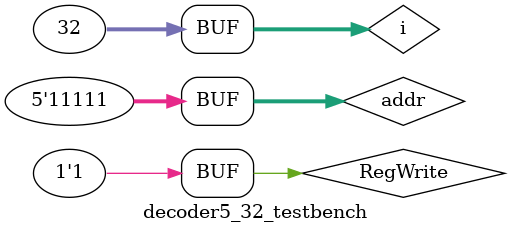
<source format=sv>
	`timescale 1ps/1ps
module decoder5_32(RegWrite, addr, outbus);
	input logic [4:0] addr; //register address to write to
	output logic [31:0] outbus; //holds write_en bit 
	
	input logic RegWrite; // RegWrite input from the top level
	
	logic [3:0] en; // 4 bit enable signal that is outputted from the 2:4 decoder
	
	decoder2_4 s1d0 (.en(RegWrite), .sel(addr[4:3]), .o(en[3:0])); //stage 1 2:4 decoder. Provides enables for stage 2 decoders
	
	decoder3_8 s2d3 (.en(en[3]), .sel(addr[2:0]), .o(outbus[31:24])); //stage 2 1st 3:8 decoder. write_en access for registers 0:7
	
	decoder3_8 s2d2 (.en(en[2]), .sel(addr[2:0]), .o(outbus[23:16])); //stage 2 2nd 3:8 decoder. write_en access for registers 8:15
	
	decoder3_8 s2d1 (.en(en[1]), .sel(addr[2:0]), .o(outbus[15:8]));  //stage 2 3rd 3:8 decoder. write_en access for registers 16:23
	
	decoder3_8 s2d0 (.en(en[0]), .sel(addr[2:0]), .o(outbus[7:0]));   //stage 2 4th 3:8 decoder. write_en access for registers 24:31



endmodule 

// testbench for the 5:32 decoder
module decoder5_32_testbench();

	logic RegWrite;
	
	logic [4:0] addr;
	
	logic [31:0] out;
	
	decoder5_32 dut(.RegWrite(RegWrite), .addr(addr), .outbus(out));
	
	int i;
	
	initial begin
		 // selects register 4 to write to while RegWrite is 0
		RegWrite = 1'b1; #50; // selects register 8 to write to while RegWrite is high
		
		for (i = 0; i < 32; i++) begin
			addr = i; #500;
		end
	end

endmodule

</source>
